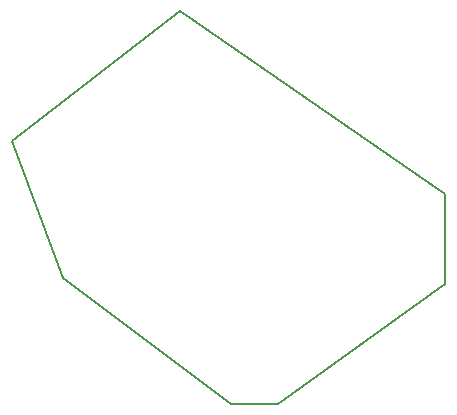
<source format=gm1>
G04 #@! TF.GenerationSoftware,KiCad,Pcbnew,6.0.2+dfsg-1*
G04 #@! TF.CreationDate,2023-01-26T22:51:51-08:00*
G04 #@! TF.ProjectId,rp2040_encoder,72703230-3430-45f6-956e-636f6465722e,rev?*
G04 #@! TF.SameCoordinates,Original*
G04 #@! TF.FileFunction,Profile,NP*
%FSLAX46Y46*%
G04 Gerber Fmt 4.6, Leading zero omitted, Abs format (unit mm)*
G04 Created by KiCad (PCBNEW 6.0.2+dfsg-1) date 2023-01-26 22:51:51*
%MOMM*%
%LPD*%
G01*
G04 APERTURE LIST*
G04 #@! TA.AperFunction,Profile*
%ADD10C,0.200000*%
G04 #@! TD*
G04 APERTURE END LIST*
D10*
X148000000Y-113260000D02*
X133800000Y-102600000D01*
X143750000Y-80000000D02*
X166150000Y-95500000D01*
X152000000Y-113260000D02*
X148000000Y-113260000D01*
X166150000Y-103100000D02*
X152000000Y-113260000D01*
X129500000Y-91000000D02*
X143750000Y-80000000D01*
X166150000Y-95500000D02*
X166150000Y-103100000D01*
X133800000Y-102600000D02*
X129500000Y-91000000D01*
M02*

</source>
